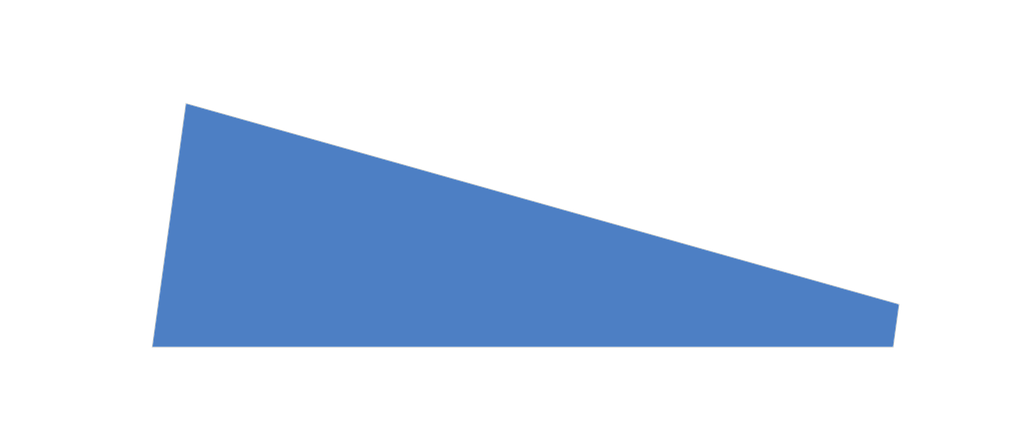
<source format=kicad_pcb>
(kicad_pcb (version 20211014) (generator pcbnew)

  (general
    (thickness 1.6)
  )

  (paper "A4")
  (layers
    (0 "F.Cu" signal)
    (31 "B.Cu" signal)
    (32 "B.Adhes" user "B.Adhesive")
    (33 "F.Adhes" user "F.Adhesive")
    (34 "B.Paste" user)
    (35 "F.Paste" user)
    (36 "B.SilkS" user "B.Silkscreen")
    (37 "F.SilkS" user "F.Silkscreen")
    (38 "B.Mask" user)
    (39 "F.Mask" user)
    (40 "Dwgs.User" user "User.Drawings")
    (41 "Cmts.User" user "User.Comments")
    (42 "Eco1.User" user "User.Eco1")
    (43 "Eco2.User" user "User.Eco2")
    (44 "Edge.Cuts" user)
    (45 "Margin" user)
    (46 "B.CrtYd" user "B.Courtyard")
    (47 "F.CrtYd" user "F.Courtyard")
    (48 "B.Fab" user)
    (49 "F.Fab" user)
    (50 "User.1" user)
    (51 "User.2" user)
    (52 "User.3" user)
    (53 "User.4" user)
    (54 "User.5" user)
    (55 "User.6" user)
    (56 "User.7" user)
    (57 "User.8" user)
    (58 "User.9" user)
  )

  (setup
    (stackup
      (layer "F.SilkS" (type "Top Silk Screen"))
      (layer "F.Paste" (type "Top Solder Paste"))
      (layer "F.Mask" (type "Top Solder Mask") (thickness 0.01))
      (layer "F.Cu" (type "copper") (thickness 0.035))
      (layer "dielectric 1" (type "core") (thickness 1.51) (material "FR4") (epsilon_r 4.5) (loss_tangent 0.02))
      (layer "B.Cu" (type "copper") (thickness 0.035))
      (layer "B.Mask" (type "Bottom Solder Mask") (thickness 0.01))
      (layer "B.Paste" (type "Bottom Solder Paste"))
      (layer "B.SilkS" (type "Bottom Silk Screen"))
      (copper_finish "None")
      (dielectric_constraints no)
    )
    (pad_to_mask_clearance 0)
    (pcbplotparams
      (layerselection 0x00010fc_ffffffff)
      (disableapertmacros false)
      (usegerberextensions false)
      (usegerberattributes true)
      (usegerberadvancedattributes true)
      (creategerberjobfile true)
      (svguseinch false)
      (svgprecision 6)
      (excludeedgelayer true)
      (plotframeref false)
      (viasonmask false)
      (mode 1)
      (useauxorigin false)
      (hpglpennumber 1)
      (hpglpenspeed 20)
      (hpglpendiameter 15.000000)
      (dxfpolygonmode true)
      (dxfimperialunits true)
      (dxfusepcbnewfont true)
      (psnegative false)
      (psa4output false)
      (plotreference true)
      (plotvalue true)
      (plotinvisibletext false)
      (sketchpadsonfab false)
      (subtractmaskfromsilk false)
      (outputformat 1)
      (mirror false)
      (drillshape 0)
      (scaleselection 1)
      (outputdirectory "Rev0/")
    )
  )

  (net 0 "")

  (gr_line (start 202.47 105.5) (end 95.1 75.21) (layer "B.Mask") (width 1) (tstamp 0d614b2a-1788-4718-81dd-7bfdb07c6dbc))
  (gr_line (start 95.1 75.21) (end 90.04 111.97) (layer "B.Mask") (width 1) (tstamp 6bcd8cc0-6d64-4834-bf25-9ed26cc0493e))
  (gr_line (start 201.62 112.02) (end 202.47 105.5) (layer "B.Mask") (width 1) (tstamp cc0feb71-9b44-4cba-9877-472569031e5c))
  (gr_line (start 90.04 111.97) (end 201.62 112.02) (layer "B.Mask") (width 1) (tstamp f37ff765-e10f-4372-982a-57e751ebe804))
  (gr_line (start 90.04 111.97) (end 201.62 112.02) (layer "F.Mask") (width 1) (tstamp 0cf96600-18a4-49a2-82ef-c878a4b5efb2))
  (gr_line (start 95.1 75.21) (end 90.04 111.97) (layer "F.Mask") (width 1) (tstamp 3917e97d-785f-4727-92d1-f368497e1d3e))
  (gr_line (start 202.47 105.5) (end 95.1 75.21) (layer "F.Mask") (width 1) (tstamp 46fc99ff-e867-4986-9ac5-24b2adfa1305))
  (gr_line (start 201.62 112.02) (end 202.47 105.5) (layer "F.Mask") (width 1) (tstamp 88327ae7-f25c-42e0-a254-390b9b5330c9))
  (gr_line (start 202.47 105.51) (end 201.576863 111.967712) (layer "Edge.Cuts") (width 0.1) (tstamp 49e7f6f5-1063-4309-8941-ae82d71e8eb1))
  (gr_line (start 95.193806 75.257563) (end 202.47 105.51) (layer "Edge.Cuts") (width 0.1) (tstamp b7f0593b-c924-4333-8844-c9cc7dca1270))
  (gr_line (start 201.576863 111.967712) (end 90.116593 111.967712) (layer "Edge.Cuts") (width 0.1) (tstamp d4d3f1d1-2a38-4a90-9a5b-cde713c88dad))
  (gr_line (start 90.116593 111.967712) (end 95.193806 75.257563) (layer "Edge.Cuts") (width 0.1) (tstamp efa370be-32c9-4173-87b2-d683d132178b))
  (gr_text "Plated along all perimeter edges" (at 181.38 88.86) (layer "Dwgs.User") (tstamp 5a370bb0-7278-489f-b48e-c95bb64aadef)
    (effects (font (size 1.5 1.5) (thickness 0.3)))
  )

  (zone (net 0) (net_name "") (layers F&B.Cu) (tstamp dfd4bd3b-c168-41c3-9983-286479df1fd4) (hatch edge 0.508)
    (connect_pads (clearance 0))
    (min_thickness 0.254) (filled_areas_thickness no)
    (fill yes (thermal_gap 0.508) (thermal_bridge_width 0.508))
    (polygon
      (pts
        (xy 221.25 78.71)
        (xy 219.29 125.89)
        (xy 67.24 127.16)
        (xy 76.49 59.7)
      )
    )
    (filled_polygon
      (layer "F.Cu")
      (island)
      (pts
        (xy 137.89344 87.300118)
        (xy 202.363239 105.480932)
        (xy 202.423373 105.518672)
        (xy 202.453558 105.582933)
        (xy 202.453852 105.619464)
        (xy 201.59103 111.857974)
        (xy 201.561884 111.922712)
        (xy 201.502364 111.961416)
        (xy 201.466218 111.966712)
        (xy 90.262366 111.966712)
        (xy 90.194245 111.94671)
        (xy 90.147752 111.893054)
        (xy 90.137554 111.82345)
        (xy 95.174826 75.402099)
        (xy 95.203972 75.337361)
        (xy 95.263491 75.298657)
        (xy 95.333836 75.298091)
      )
    )
    (filled_polygon
      (layer "B.Cu")
      (island)
      (pts
        (xy 137.89344 87.300118)
        (xy 202.363239 105.480932)
        (xy 202.423373 105.518672)
        (xy 202.453558 105.582933)
        (xy 202.453852 105.619464)
        (xy 201.59103 111.857974)
        (xy 201.561884 111.922712)
        (xy 201.502364 111.961416)
        (xy 201.466218 111.966712)
        (xy 90.262366 111.966712)
        (xy 90.194245 111.94671)
        (xy 90.147752 111.893054)
        (xy 90.137554 111.82345)
        (xy 95.174826 75.402099)
        (xy 95.203972 75.337361)
        (xy 95.263491 75.298657)
        (xy 95.333836 75.298091)
      )
    )
  )
)

</source>
